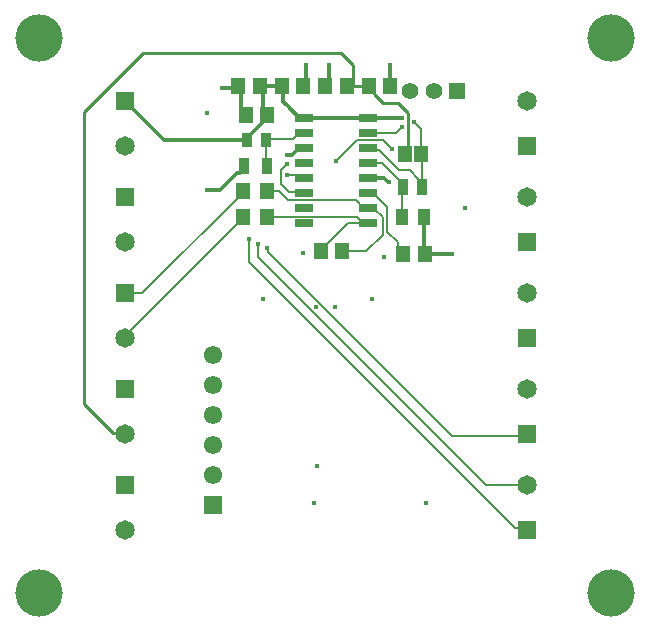
<source format=gbl>
G04*
G04 #@! TF.GenerationSoftware,Altium Limited,Altium Designer,23.3.1 (30)*
G04*
G04 Layer_Physical_Order=4*
G04 Layer_Color=16711680*
%FSLAX25Y25*%
%MOIN*%
G70*
G04*
G04 #@! TF.SameCoordinates,DDE6331C-4F95-4F18-AA14-E53DA5D8DD09*
G04*
G04*
G04 #@! TF.FilePolarity,Positive*
G04*
G01*
G75*
%ADD10C,0.00984*%
%ADD19R,0.04528X0.05709*%
%ADD28R,0.03367X0.04969*%
%ADD44C,0.05472*%
%ADD45R,0.05472X0.05472*%
%ADD51C,0.00591*%
%ADD52C,0.01181*%
%ADD54R,0.06102X0.06102*%
%ADD55C,0.06102*%
%ADD56R,0.06496X0.06496*%
%ADD57C,0.06496*%
%ADD58C,0.01772*%
%ADD59C,0.15748*%
%ADD60R,0.06004X0.02756*%
%ADD61R,0.04942X0.05756*%
%ADD62R,0.03740X0.05709*%
%ADD63R,0.01575X0.01575*%
%ADD64R,0.04134X0.05709*%
%ADD65R,0.03347X0.05315*%
%ADD66R,0.04545X0.05339*%
D10*
X276000Y281000D02*
X281000D01*
X271872Y286416D02*
X273228Y285059D01*
Y283772D02*
X276000Y281000D01*
X273228Y283772D02*
Y285059D01*
X281000Y281000D02*
X284500Y277500D01*
Y265161D02*
Y277500D01*
X266000Y286500D02*
X271478D01*
X262000Y297500D02*
X266000Y293500D01*
X176500Y278000D02*
X196000Y297500D01*
X262000D01*
X283339Y264000D02*
X284500Y265161D01*
X266000Y286500D02*
Y293500D01*
X176500Y180500D02*
Y278000D01*
X186212Y170788D02*
X189712D01*
X190000Y170500D01*
X176500Y180500D02*
X186212Y170788D01*
D19*
X235043Y286500D02*
D03*
X227957D02*
D03*
X242457D02*
D03*
X249543D02*
D03*
X264043D02*
D03*
X256957D02*
D03*
X271457D02*
D03*
X278543D02*
D03*
X262543Y231500D02*
D03*
X255457D02*
D03*
X237543Y277000D02*
D03*
X230457D02*
D03*
X282957Y230500D02*
D03*
X290043D02*
D03*
D28*
X237250Y268500D02*
D03*
X230750D02*
D03*
D44*
X285126Y285000D02*
D03*
X293000D02*
D03*
D45*
X300874D02*
D03*
D51*
X267500Y268500D02*
X276000D01*
X279000Y265500D01*
X260500Y261500D02*
X267500Y268500D01*
X275736Y261000D02*
X282752Y253984D01*
X271177Y261000D02*
X275736D01*
X242000Y254000D02*
Y258500D01*
X244000Y260500D01*
Y257000D02*
X248823D01*
X249823Y256000D01*
X244781Y251219D02*
X249604D01*
X242000Y254000D02*
X244781Y251219D01*
X249604D02*
X249823Y251000D01*
X282358Y243000D02*
Y252606D01*
X282752Y253000D02*
Y253984D01*
X282358Y252606D02*
X282752Y253000D01*
X231500Y228000D02*
Y235500D01*
X237662Y231338D02*
X299000Y170000D01*
X237662Y231338D02*
Y232338D01*
X234500Y229500D02*
Y234000D01*
X237500Y232500D02*
X237662Y232338D01*
X323212Y139288D02*
X324000Y138500D01*
X320212Y139288D02*
X323212D01*
X231500Y228000D02*
X320212Y139288D01*
X234500Y229500D02*
X310500Y153500D01*
X324000D01*
X299000Y170000D02*
X324000D01*
X280606Y271000D02*
X282531Y272925D01*
X271177Y271000D02*
X280606D01*
X255457Y232090D02*
X257425Y234059D01*
X257425D02*
X264366Y241000D01*
X255457Y230909D02*
Y231500D01*
X257425Y234059D02*
X257425D01*
X264366Y241000D02*
X269553D01*
X190000Y203130D02*
X229463Y242593D01*
X190000Y202500D02*
Y203130D01*
X229463Y242593D02*
Y243000D01*
X195870Y217500D02*
X229463Y251093D01*
X190000Y217500D02*
X195870D01*
X229463Y251093D02*
Y251500D01*
X262543Y231500D02*
X270500D01*
X276000Y237000D02*
Y242801D01*
X270500Y231500D02*
X276000Y237000D01*
X272801Y246000D02*
X276000Y242801D01*
X269553Y241000D02*
X271177D01*
X267480Y243073D02*
X269553Y241000D01*
X237611Y243073D02*
X267480D01*
X255457Y231500D02*
Y232090D01*
X271177Y246000D02*
X272801D01*
X244500Y248500D02*
X267000D01*
X237537Y251500D02*
X241500D01*
X244500Y248500D01*
X237537Y243000D02*
X237611Y243073D01*
X237250Y260089D02*
X237339Y260000D01*
X237250Y260089D02*
Y268500D01*
X268417Y247083D02*
X270094D01*
X268000Y247500D02*
X268417Y247083D01*
X267000Y248500D02*
X268000Y247500D01*
Y247500D02*
Y247500D01*
X270094Y247083D02*
X271177Y246000D01*
X246199Y269000D02*
X248199Y271000D01*
X238638Y269000D02*
X246199D01*
X248199Y271000D02*
X249823D01*
X271177Y266000D02*
X271896Y265281D01*
X274719D02*
X281500Y258500D01*
X285000D01*
X271896Y265281D02*
X274719D01*
X285000Y258500D02*
X287870Y255630D01*
X289248Y254252D02*
Y263413D01*
Y253000D02*
Y254252D01*
X288980D02*
X289248D01*
X287870Y255362D02*
X288980Y254252D01*
X287870Y255362D02*
Y255630D01*
X286469Y274500D02*
X288661Y272307D01*
Y264000D02*
Y272307D01*
Y264000D02*
X289248Y263413D01*
X277500Y238000D02*
X281000Y234500D01*
X272801Y251000D02*
X277500Y246301D01*
Y238000D02*
Y246301D01*
X281000Y232457D02*
X282957Y230500D01*
X281000Y232457D02*
Y234500D01*
X271177Y251000D02*
X272801D01*
D52*
X278500Y287543D02*
Y293500D01*
Y287543D02*
X279543Y286500D01*
X242957Y281242D02*
X244000Y280199D01*
X242957Y281242D02*
Y286500D01*
X236000D02*
X242957D01*
X236000Y278543D02*
Y286500D01*
Y278543D02*
X237543Y277000D01*
X228957Y286000D02*
Y286500D01*
X250500Y286211D02*
Y293500D01*
X257457Y286500D02*
X258000Y287043D01*
Y293500D01*
X228957Y278500D02*
Y286000D01*
X222500D02*
X227957D01*
X228457Y286500D01*
X228957Y278500D02*
X230457Y277000D01*
X276340Y256000D02*
X277840Y254500D01*
X278000D01*
X271177Y256000D02*
X276340D01*
X244000Y280199D02*
X248199Y276000D01*
X290043Y230500D02*
X299000D01*
X245812Y263613D02*
X248199Y266000D01*
X249823D01*
X244000Y263500D02*
X244113Y263613D01*
X245812D01*
X228382Y257736D02*
X229661Y259016D01*
Y260000D01*
X227398Y257736D02*
X228382D01*
X221661Y252000D02*
X227398Y257736D01*
X217500Y252000D02*
X221661D01*
X289642Y230902D02*
X290043Y230500D01*
X289642Y230902D02*
Y243000D01*
X249823Y276000D02*
X271177D01*
X248199D02*
X249823D01*
X203000Y268500D02*
X230750D01*
X190000Y281500D02*
X203000Y268500D01*
X230750Y269301D02*
X235870Y274421D01*
Y274736D02*
X237543Y276410D01*
X230750Y268500D02*
Y269301D01*
X235870Y274421D02*
Y274736D01*
X271215Y276037D02*
X282494D01*
X282531Y276075D01*
X271177Y276000D02*
X271215Y276037D01*
D54*
X219500Y147000D02*
D03*
D55*
Y157000D02*
D03*
Y167000D02*
D03*
Y177000D02*
D03*
Y187000D02*
D03*
Y197000D02*
D03*
D56*
X324000Y234500D02*
D03*
Y202500D02*
D03*
Y170500D02*
D03*
Y266500D02*
D03*
Y138500D02*
D03*
X190000Y249500D02*
D03*
Y153500D02*
D03*
Y185500D02*
D03*
Y217500D02*
D03*
Y281500D02*
D03*
D57*
X324000Y249500D02*
D03*
Y217500D02*
D03*
Y185500D02*
D03*
Y281500D02*
D03*
Y153500D02*
D03*
X190000Y234500D02*
D03*
Y138500D02*
D03*
Y170500D02*
D03*
Y202500D02*
D03*
Y266500D02*
D03*
D58*
X254000Y160000D02*
D03*
X278500Y293500D02*
D03*
X279000Y265500D02*
D03*
X260500Y261500D02*
D03*
X250500Y293500D02*
D03*
X258000D02*
D03*
X222500Y286000D02*
D03*
X278000Y254500D02*
D03*
X303500Y246000D02*
D03*
X217500Y277500D02*
D03*
X244000Y260500D02*
D03*
Y257000D02*
D03*
X231500Y235500D02*
D03*
X234500Y234000D02*
D03*
X237500Y232500D02*
D03*
X253000Y147500D02*
D03*
X290500D02*
D03*
X299000Y230500D02*
D03*
X249500Y231000D02*
D03*
X253811Y212811D02*
D03*
X260000Y213000D02*
D03*
X244000Y263500D02*
D03*
X217500Y252000D02*
D03*
X276500Y229500D02*
D03*
X272500Y215500D02*
D03*
X236047D02*
D03*
D59*
X352000Y117500D02*
D03*
Y302500D02*
D03*
X161500Y117500D02*
D03*
Y302500D02*
D03*
D60*
X249823Y276000D02*
D03*
Y271000D02*
D03*
Y266000D02*
D03*
Y261000D02*
D03*
Y256000D02*
D03*
Y251000D02*
D03*
Y246000D02*
D03*
Y241000D02*
D03*
X271177D02*
D03*
Y246000D02*
D03*
Y251000D02*
D03*
Y256000D02*
D03*
Y261000D02*
D03*
Y266000D02*
D03*
Y271000D02*
D03*
Y276000D02*
D03*
D61*
X237537Y251500D02*
D03*
X229463D02*
D03*
X237537Y243000D02*
D03*
X229463D02*
D03*
D62*
X229661Y260000D02*
D03*
X237339D02*
D03*
D63*
X286469Y274500D02*
D03*
X282531Y276075D02*
D03*
Y272925D02*
D03*
D64*
X289642Y243000D02*
D03*
X282358D02*
D03*
D65*
X282752Y253000D02*
D03*
X289248D02*
D03*
D66*
X288661Y264000D02*
D03*
X283339D02*
D03*
M02*

</source>
